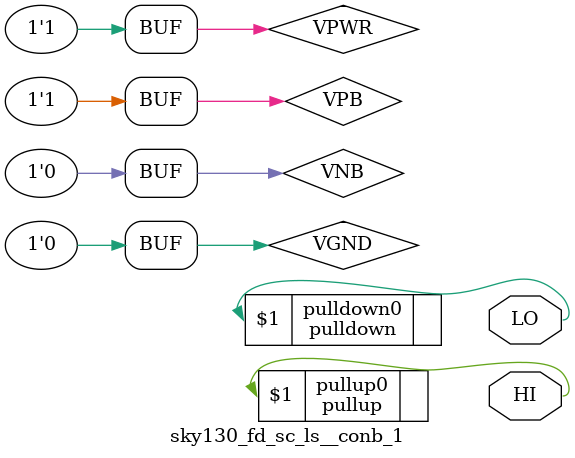
<source format=v>
/*
 * Copyright 2020 The SkyWater PDK Authors
 *
 * Licensed under the Apache License, Version 2.0 (the "License");
 * you may not use this file except in compliance with the License.
 * You may obtain a copy of the License at
 *
 *     https://www.apache.org/licenses/LICENSE-2.0
 *
 * Unless required by applicable law or agreed to in writing, software
 * distributed under the License is distributed on an "AS IS" BASIS,
 * WITHOUT WARRANTIES OR CONDITIONS OF ANY KIND, either express or implied.
 * See the License for the specific language governing permissions and
 * limitations under the License.
 *
 * SPDX-License-Identifier: Apache-2.0
*/


`ifndef SKY130_FD_SC_LS__CONB_1_TIMING_V
`define SKY130_FD_SC_LS__CONB_1_TIMING_V

/**
 * conb: Constant value, low, high outputs.
 *
 * Verilog simulation timing model.
 */

`timescale 1ns / 1ps
`default_nettype none

`celldefine
module sky130_fd_sc_ls__conb_1 (
    HI,
    LO
);

    // Module ports
    output HI;
    output LO;

    // Module supplies
    supply1 VPWR;
    supply0 VGND;
    supply1 VPB ;
    supply0 VNB ;

    //       Name       Output
    pullup   pullup0   (HI    );
    pulldown pulldown0 (LO    );

endmodule
`endcelldefine

`default_nettype wire
`endif  // SKY130_FD_SC_LS__CONB_1_TIMING_V

</source>
